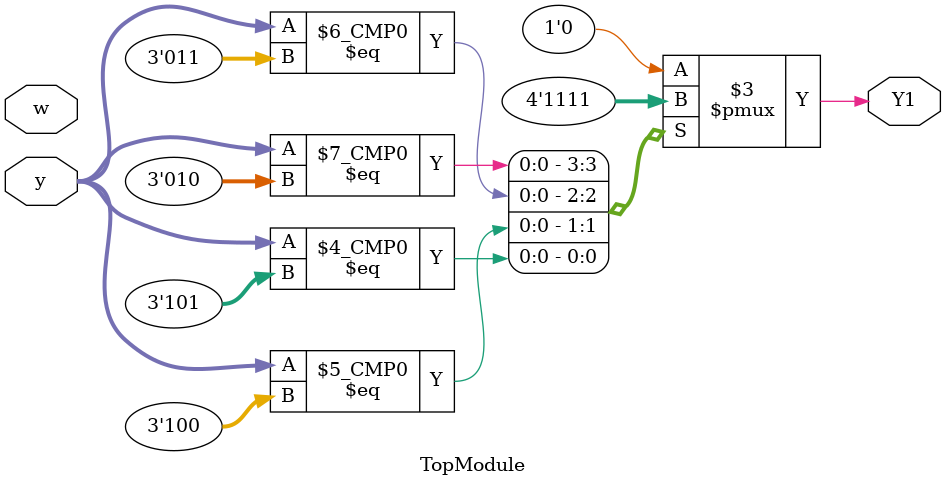
<source format=sv>
module TopModule (
    input logic [2:0] y,
    input logic w,
    output logic Y1
);

    // Next state logic for y[1]
    always @(*) begin
        case (y)
            3'b000: Y1 = 1'b0; // State A
            3'b001: Y1 = 1'b0; // State B
            3'b010: Y1 = 1'b1; // State C
            3'b011: Y1 = 1'b1; // State D
            3'b100: Y1 = 1'b1; // State E
            3'b101: Y1 = 1'b1; // State F
            default: Y1 = 1'b0; // Default case (should not occur)
        endcase
    end

endmodule
</source>
